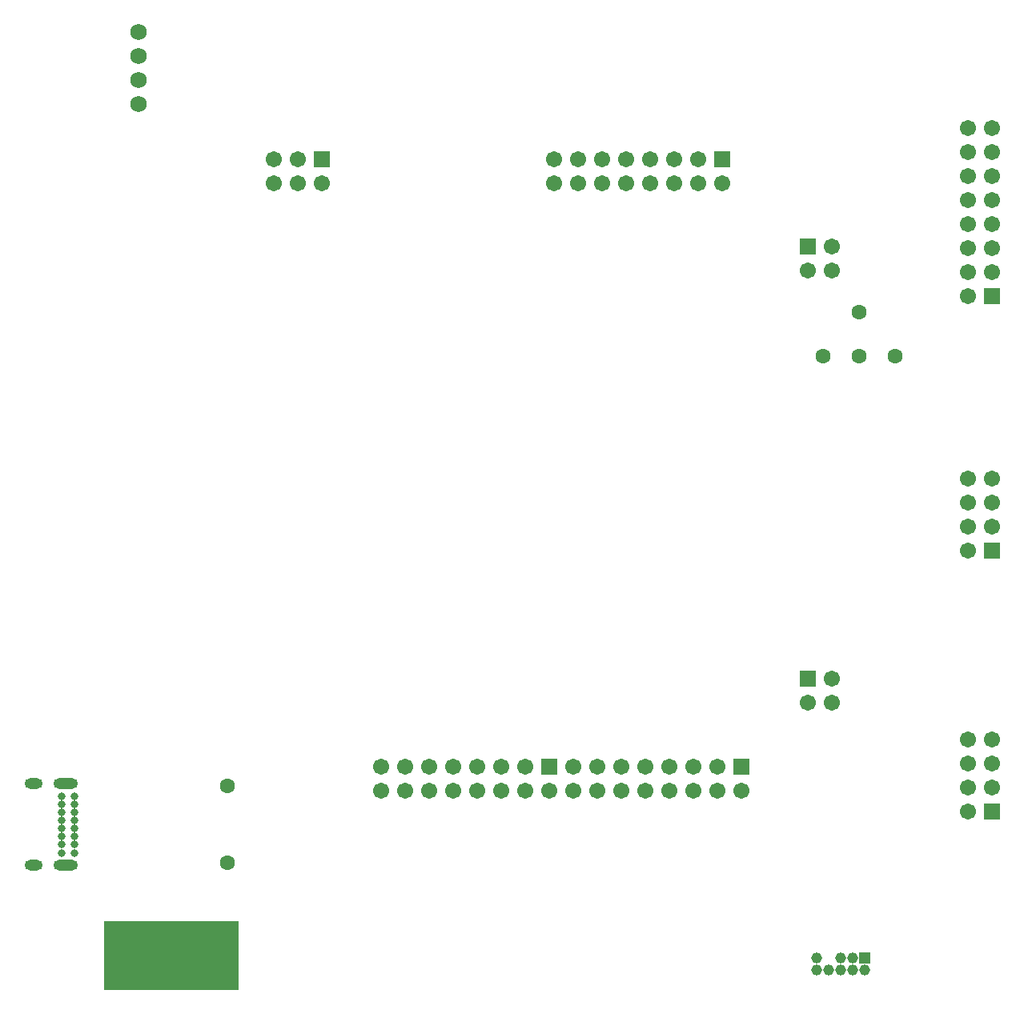
<source format=gbs>
G04*
G04 #@! TF.GenerationSoftware,Altium Limited,Altium Designer,19.1.8 (144)*
G04*
G04 Layer_Color=16711935*
%FSLAX25Y25*%
%MOIN*%
G70*
G01*
G75*
%ADD24R,0.56471X0.28848*%
%ADD47C,0.06312*%
%ADD48C,0.06706*%
%ADD49R,0.06706X0.06706*%
%ADD50C,0.06706*%
%ADD51C,0.06800*%
%ADD52R,0.06706X0.06706*%
%ADD53O,0.03359X0.03241*%
%ADD54O,0.10249X0.04343*%
%ADD55O,0.07493X0.04343*%
%ADD56C,0.04580*%
%ADD57R,0.04580X0.04580*%
D24*
X183764Y120615D02*
D03*
D47*
X485000Y370000D02*
D03*
X207000Y159000D02*
D03*
Y191000D02*
D03*
X470000Y388500D02*
D03*
X455000Y370000D02*
D03*
X470000D02*
D03*
D48*
X515158Y455000D02*
D03*
X525157D02*
D03*
Y445000D02*
D03*
X515158D02*
D03*
X525157Y465000D02*
D03*
X515158D02*
D03*
X351000Y189000D02*
D03*
Y199000D02*
D03*
X371000Y189000D02*
D03*
Y199000D02*
D03*
X361000D02*
D03*
Y189000D02*
D03*
X281000D02*
D03*
Y199000D02*
D03*
X291000D02*
D03*
Y189000D02*
D03*
X271000Y199000D02*
D03*
Y189000D02*
D03*
X343000Y442000D02*
D03*
Y452000D02*
D03*
X363000Y442000D02*
D03*
Y452000D02*
D03*
X353000D02*
D03*
Y442000D02*
D03*
D49*
X525157Y395000D02*
D03*
Y180500D02*
D03*
Y289000D02*
D03*
X448618Y415689D02*
D03*
Y235689D02*
D03*
D50*
X515158Y395000D02*
D03*
X525157Y405000D02*
D03*
X515158D02*
D03*
X525157Y415000D02*
D03*
X515158D02*
D03*
X525157Y425000D02*
D03*
X515158D02*
D03*
Y435000D02*
D03*
X525157D02*
D03*
X515158Y210500D02*
D03*
X525157D02*
D03*
X515158Y200500D02*
D03*
X525157D02*
D03*
X515158Y190500D02*
D03*
X525157D02*
D03*
X515158Y180500D02*
D03*
Y319000D02*
D03*
X525157D02*
D03*
X515158Y309000D02*
D03*
X525157D02*
D03*
X515158Y299000D02*
D03*
X525157D02*
D03*
X515158Y289000D02*
D03*
X381000Y199000D02*
D03*
Y189000D02*
D03*
X391000D02*
D03*
Y199000D02*
D03*
X401000Y189000D02*
D03*
Y199000D02*
D03*
X411000Y189000D02*
D03*
Y199000D02*
D03*
X421000Y189000D02*
D03*
X341000D02*
D03*
X331000Y199000D02*
D03*
Y189000D02*
D03*
X321000Y199000D02*
D03*
Y189000D02*
D03*
X311000Y199000D02*
D03*
Y189000D02*
D03*
X301000D02*
D03*
Y199000D02*
D03*
X458618Y415689D02*
D03*
X448618Y405689D02*
D03*
X458618D02*
D03*
Y235689D02*
D03*
X448618Y225689D02*
D03*
X458618D02*
D03*
X246200Y442000D02*
D03*
X236200Y452000D02*
D03*
Y442000D02*
D03*
X226200Y452000D02*
D03*
Y442000D02*
D03*
X373000Y452000D02*
D03*
Y442000D02*
D03*
X383000D02*
D03*
Y452000D02*
D03*
X393000Y442000D02*
D03*
Y452000D02*
D03*
X403000Y442000D02*
D03*
Y452000D02*
D03*
X413000Y442000D02*
D03*
D51*
X170000Y505000D02*
D03*
Y495000D02*
D03*
Y485000D02*
D03*
Y475000D02*
D03*
D52*
X421000Y199000D02*
D03*
X341000D02*
D03*
X246200Y452000D02*
D03*
X413000D02*
D03*
D53*
X143346Y186713D02*
D03*
Y183366D02*
D03*
Y180020D02*
D03*
Y176673D02*
D03*
Y173327D02*
D03*
Y169980D02*
D03*
Y166634D02*
D03*
Y163287D02*
D03*
X138032D02*
D03*
Y166634D02*
D03*
Y169980D02*
D03*
Y173327D02*
D03*
Y176673D02*
D03*
Y180020D02*
D03*
Y183366D02*
D03*
Y186713D02*
D03*
D54*
X139488Y192028D02*
D03*
Y157972D02*
D03*
D55*
X126181D02*
D03*
Y192028D02*
D03*
D56*
X452400Y114500D02*
D03*
Y119500D02*
D03*
X457400Y114500D02*
D03*
X462400D02*
D03*
Y119500D02*
D03*
X467400Y114500D02*
D03*
Y119500D02*
D03*
X472400Y114500D02*
D03*
D57*
Y119500D02*
D03*
M02*

</source>
